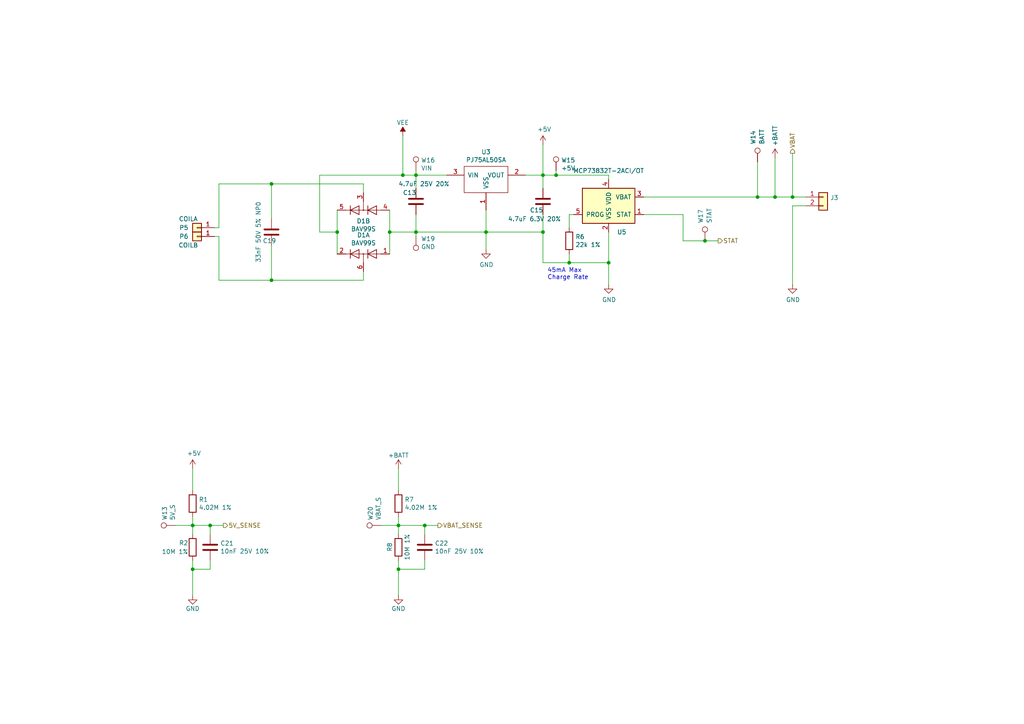
<source format=kicad_sch>
(kicad_sch (version 20211123) (generator eeschema)
  (paper "A4")
  (title_block (title "Pixels D6 Schematic, Main") (date "2022-08-26") (rev "3") (company "Systemic Games, LLC") (comment 1 "Wireless Charging"))
  (lib_symbols
    (symbol "Connector_Generic:Conn_01x01" (pin_names (offset 1.016) hide)
      (property "Reference" "J" (at 0 2.54 0))
      (property "Value" "Conn_01x01" (at 0 -2.54 0))
      (symbol "Conn_01x01_1_1"
        (rectangle (start -1.27 0.127) (end 0 -0.127) (stroke (width 0.1524)))
        (rectangle (start -1.27 1.27) (end 1.27 -1.27) (stroke (width 0.254)) (fill (type background)))
        (pin passive line (at -5.08 0 0) (length 3.81) (name "Pin_1") (number "1"))
      )
    )
    (symbol "Connector_Generic:Conn_01x02" (pin_names (offset 1.016) hide)
      (property "Reference" "J" (at 0 2.54 0))
      (property "Value" "Conn_01x02" (at 0 -5.08 0))
      (symbol "Conn_01x02_1_1"
        (rectangle (start -1.27 -2.413) (end 0 -2.667) (stroke (width 0.1524)))
        (rectangle (start -1.27 0.127) (end 0 -0.127) (stroke (width 0.1524)))
        (rectangle (start -1.27 1.27) (end 1.27 -3.81) (stroke (width 0.254)) (fill (type background)))
        (pin passive line (at -5.08 0 0) (length 3.81) (name "Pin_1") (number "1"))
        (pin passive line (at -5.08 -2.54 0) (length 3.81) (name "Pin_2") (number "2"))
      )
    )
    (symbol "Device:C" (pin_numbers hide) (pin_names (offset 0.254))
      (property "Reference" "C" (at 0.635 2.54 0))
      (property "Value" "C" (at 0.635 -2.54 0))
      (symbol "C_0_1"
        (polyline (pts (xy -2.032 -0.762) (xy 2.032 -0.762)) (stroke (width 0.508)))
        (polyline (pts (xy -2.032 0.762) (xy 2.032 0.762)) (stroke (width 0.508)))
      )
      (symbol "C_1_1"
        (pin passive line (at 0 3.81 270) (length 2.794) (name "~") (number "1"))
        (pin passive line (at 0 -3.81 90) (length 2.794) (name "~") (number "2"))
      )
    )
    (symbol "Device:R" (pin_numbers hide) (pin_names (offset 0))
      (property "Reference" "R" (at 2.032 0 90))
      (property "Value" "R" (at 0 0 90))
      (symbol "R_0_1"
        (rectangle (start -1.016 -2.54) (end 1.016 2.54) (stroke (width 0.254)))
      )
      (symbol "R_1_1"
        (pin passive line (at 0 3.81 270) (length 1.27) (name "~") (number "1"))
        (pin passive line (at 0 -3.81 90) (length 1.27) (name "~") (number "2"))
      )
    )
    (symbol "Pixels-dice:BAV99S-diode" (pin_names (offset 0.0254) hide)
      (property "Reference" "D" (at 0 2.54 0))
      (property "Value" "BAV99S-diode" (at 0 5.08 0))
      (symbol "BAV99S-diode_0_1"
        (polyline (pts (xy -5.08 0) (xy 5.08 0)))
        (polyline (pts (xy 0 0) (xy 0 -2.54)))
        (polyline (pts (xy -1.27 -1.27) (xy -1.27 1.27) (xy -1.27 1.27)) (stroke (width 0.2032)))
        (polyline (pts (xy 3.81 1.27) (xy 3.81 -1.27) (xy 3.81 -1.27)) (stroke (width 0.2032)))
        (polyline (pts (xy -3.81 1.27) (xy -1.27 0) (xy -3.81 -1.27) (xy -3.81 1.27) (xy -3.81 1.27) (xy -3.81 1.27)) (stroke (width 0.2032)))
        (polyline (pts (xy 1.27 1.27) (xy 3.81 0) (xy 1.27 -1.27) (xy 1.27 1.27) (xy 1.27 1.27) (xy 1.27 1.27)) (stroke (width 0.2032)))
        (circle (center 0 0) (radius 0.127))
      )
      (symbol "BAV99S-diode_1_1"
        (polyline (pts (xy 6.35 0) (xy 7.62 0)))
        (pin passive line (at -7.62 0 0) (length 2.54) (name "A1") (number "1"))
        (pin passive line (at 7.62 0 180) (length 2.54) (name "K2") (number "2"))
        (pin passive line (at 0 -5.08 90) (length 2.54) (name "K3A4") (number "6"))
      )
      (symbol "BAV99S-diode_2_1"
        (polyline (pts (xy 6.35 0) (xy 7.62 0)))
        (pin passive line (at 0 -5.08 90) (length 2.54) (name "K1A2") (number "3"))
        (pin passive line (at -7.62 0 0) (length 2.54) (name "A3") (number "4"))
        (pin passive line (at 7.62 0 180) (length 2.54) (name "K4") (number "5"))
      )
    )
    (symbol "Pixels-dice:HX6306P502MR" (pin_names (offset 1.016))
      (property "Reference" "U" (at 3.81 -6.35 0))
      (property "Value" "HX6306P502MR" (at 0 3.81 0))
      (symbol "HX6306P502MR_0_1"
        (rectangle (start -6.35 2.54) (end 6.35 -5.08))
      )
      (symbol "HX6306P502MR_1_1"
        (pin power_in line (at 0 -10.16 90) (length 5.08) (name "VSS") (number "1"))
        (pin power_out line (at 11.43 0 180) (length 5.08) (name "VOUT") (number "2"))
        (pin power_in line (at -11.43 0 0) (length 5.08) (name "VIN") (number "3"))
      )
    )
    (symbol "Pixels-dice:MCP73831-2-OT-battery_management" (pin_names (offset 1.016))
      (property "Reference" "U" (at -7.62 6.35 0))
      (property "Value" "MCP73831-2-OT-battery_management" (at 1.27 6.35 0))
      (symbol "MCP73831-2-OT-battery_management_0_1"
        (rectangle (start -7.62 5.08) (end 7.62 -5.08) (stroke (width 0.254)) (fill (type background)))
      )
      (symbol "MCP73831-2-OT-battery_management_1_1"
        (pin output line (at 10.16 -2.54 180) (length 2.54) (name "STAT") (number "1"))
        (pin power_in line (at 0 -7.62 90) (length 2.54) (name "VSS") (number "2"))
        (pin power_out line (at 10.16 2.54 180) (length 2.54) (name "VBAT") (number "3"))
        (pin power_in line (at 0 7.62 270) (length 2.54) (name "VDD") (number "4"))
        (pin input line (at -10.16 -2.54 0) (length 2.54) (name "PROG") (number "5"))
      )
    )
    (symbol "Pixels-dice:TEST_1P-conn" (pin_numbers hide) (pin_names (offset 0.762) hide)
      (property "Reference" "W" (at 0 6.858 0))
      (property "Value" "TEST_1P-conn" (at 0 5.08 0))
      (symbol "TEST_1P-conn_0_1"
        (circle (center 0 3.302) (radius 0.762))
      )
      (symbol "TEST_1P-conn_1_1"
        (pin passive line (at 0 0 90) (length 2.54) (name "1") (number "1"))
      )
    )
    (symbol "power:+5V" (power) (pin_names (offset 0))
      (property "Value" "+5V" (at 0 3.556 0))
      (symbol "+5V_0_1"
        (polyline (pts (xy -0.762 1.27) (xy 0 2.54)))
        (polyline (pts (xy 0 0) (xy 0 2.54)))
        (polyline (pts (xy 0 2.54) (xy 0.762 1.27)))
      )
      (symbol "+5V_1_1"
        (pin power_in line (at 0 0 90) (length 0) hide (name "+5V") (number "1"))
      )
    )
    (symbol "power:+BATT" (power) (pin_names (offset 0))
      (property "Value" "+BATT" (at 0 3.556 0))
      (symbol "+BATT_0_1"
        (polyline (pts (xy -0.762 1.27) (xy 0 2.54)))
        (polyline (pts (xy 0 0) (xy 0 2.54)))
        (polyline (pts (xy 0 2.54) (xy 0.762 1.27)))
      )
      (symbol "+BATT_1_1"
        (pin power_in line (at 0 0 90) (length 0) hide (name "+BATT") (number "1"))
      )
    )
    (symbol "power:GND" (power) (pin_names (offset 0))
      (property "Value" "GND" (at 0 -3.81 0))
      (symbol "GND_0_1"
        (polyline (pts (xy 0 0) (xy 0 -1.27) (xy 1.27 -1.27) (xy 0 -2.54) (xy -1.27 -1.27) (xy 0 -1.27)))
      )
      (symbol "GND_1_1"
        (pin power_in line (at 0 0 270) (length 0) hide (name "GND") (number "1"))
      )
    )
    (symbol "power:VEE" (power) (pin_names (offset 0))
      (property "Value" "VEE" (at 0 3.81 0))
      (symbol "VEE_0_1"
        (polyline (pts (xy 0 0) (xy 0 2.54)))
        (polyline (pts (xy 0.762 1.27) (xy -0.762 1.27) (xy 0 2.54) (xy 0.762 1.27)) (fill (type outline)))
      )
      (symbol "VEE_1_1"
        (pin power_in line (at 0 0 90) (length 0) hide (name "VEE") (number "1"))
      )
    )
  )
  (junction (at 97.79 67.31))
  (junction (at 229.87 57.15))
  (junction (at 55.88 152.4))
  (junction (at 165.1 76.2))
  (junction (at 55.88 165.1))
  (junction (at 176.53 76.2))
  (junction (at 157.48 67.31))
  (junction (at 224.79 57.15))
  (junction (at 140.97 67.31))
  (junction (at 120.65 67.31))
  (junction (at 78.74 53.34))
  (junction (at 120.65 50.8))
  (junction (at 115.57 165.1))
  (junction (at 60.96 152.4))
  (junction (at 219.71 57.15))
  (junction (at 157.48 50.8))
  (junction (at 78.74 81.28))
  (junction (at 161.29 50.8))
  (junction (at 115.57 152.4))
  (junction (at 113.03 67.31))
  (junction (at 204.47 69.85))
  (junction (at 116.84 50.8))
  (junction (at 123.19 152.4))
  (wire (pts (xy 157.48 76.2) (xy 165.1 76.2)))
  (wire (pts (xy 78.74 81.28) (xy 63.5 81.28)))
  (wire (pts (xy 219.71 57.15) (xy 224.79 57.15)))
  (wire (pts (xy 123.19 165.1) (xy 115.57 165.1)))
  (wire (pts (xy 55.88 162.56) (xy 55.88 165.1)))
  (wire (pts (xy 157.48 67.31) (xy 157.48 76.2)))
  (wire (pts (xy 161.29 49.53) (xy 161.29 50.8)))
  (wire (pts (xy 186.69 57.15) (xy 219.71 57.15)))
  (wire (pts (xy 50.8 152.4) (xy 55.88 152.4)))
  (wire (pts (xy 161.29 50.8) (xy 176.53 50.8)))
  (wire (pts (xy 198.12 69.85) (xy 204.47 69.85)))
  (wire (pts (xy 55.88 142.24) (xy 55.88 135.89)))
  (wire (pts (xy 78.74 53.34) (xy 63.5 53.34)))
  (wire (pts (xy 229.87 44.45) (xy 229.87 57.15)))
  (wire (pts (xy 157.48 41.91) (xy 157.48 50.8)))
  (wire (pts (xy 229.87 57.15) (xy 224.79 57.15)))
  (wire (pts (xy 63.5 81.28) (xy 63.5 68.58)))
  (wire (pts (xy 97.79 60.96) (xy 97.79 67.31)))
  (wire (pts (xy 123.19 152.4) (xy 127 152.4)))
  (wire (pts (xy 157.48 67.31) (xy 157.48 62.23)))
  (wire (pts (xy 186.69 62.23) (xy 198.12 62.23)))
  (wire (pts (xy 219.71 46.99) (xy 219.71 57.15)))
  (wire (pts (xy 165.1 73.66) (xy 165.1 76.2)))
  (wire (pts (xy 55.88 149.86) (xy 55.88 152.4)))
  (wire (pts (xy 63.5 66.04) (xy 62.23 66.04)))
  (wire (pts (xy 55.88 165.1) (xy 55.88 172.72)))
  (wire (pts (xy 55.88 154.94) (xy 55.88 152.4)))
  (wire (pts (xy 63.5 53.34) (xy 63.5 66.04)))
  (wire (pts (xy 97.79 67.31) (xy 97.79 73.66)))
  (wire (pts (xy 113.03 60.96) (xy 113.03 67.31)))
  (wire (pts (xy 140.97 67.31) (xy 157.48 67.31)))
  (wire (pts (xy 113.03 67.31) (xy 113.03 73.66)))
  (wire (pts (xy 120.65 49.53) (xy 120.65 50.8)))
  (wire (pts (xy 123.19 162.56) (xy 123.19 165.1)))
  (wire (pts (xy 60.96 162.56) (xy 60.96 165.1)))
  (wire (pts (xy 55.88 152.4) (xy 60.96 152.4)))
  (wire (pts (xy 229.87 59.69) (xy 229.87 82.55)))
  (wire (pts (xy 105.41 78.74) (xy 105.41 81.28)))
  (wire (pts (xy 120.65 50.8) (xy 129.54 50.8)))
  (wire (pts (xy 120.65 50.8) (xy 120.65 54.61)))
  (wire (pts (xy 110.49 152.4) (xy 115.57 152.4)))
  (wire (pts (xy 140.97 67.31) (xy 140.97 72.39)))
  (wire (pts (xy 115.57 152.4) (xy 115.57 154.94)))
  (wire (pts (xy 115.57 135.89) (xy 115.57 142.24)))
  (wire (pts (xy 115.57 162.56) (xy 115.57 165.1)))
  (wire (pts (xy 224.79 45.72) (xy 224.79 57.15)))
  (wire (pts (xy 60.96 152.4) (xy 64.77 152.4)))
  (wire (pts (xy 78.74 71.12) (xy 78.74 81.28)))
  (wire (pts (xy 120.65 67.31) (xy 113.03 67.31)))
  (wire (pts (xy 176.53 52.07) (xy 176.53 50.8)))
  (wire (pts (xy 198.12 62.23) (xy 198.12 69.85)))
  (wire (pts (xy 60.96 154.94) (xy 60.96 152.4)))
  (wire (pts (xy 176.53 67.31) (xy 176.53 76.2)))
  (wire (pts (xy 152.4 50.8) (xy 157.48 50.8)))
  (wire (pts (xy 204.47 69.85) (xy 208.28 69.85)))
  (wire (pts (xy 157.48 50.8) (xy 157.48 54.61)))
  (wire (pts (xy 92.71 50.8) (xy 116.84 50.8)))
  (wire (pts (xy 140.97 60.96) (xy 140.97 67.31)))
  (wire (pts (xy 63.5 68.58) (xy 62.23 68.58)))
  (wire (pts (xy 78.74 53.34) (xy 105.41 53.34)))
  (wire (pts (xy 97.79 67.31) (xy 92.71 67.31)))
  (wire (pts (xy 123.19 152.4) (xy 123.19 154.94)))
  (wire (pts (xy 60.96 165.1) (xy 55.88 165.1)))
  (wire (pts (xy 233.68 59.69) (xy 229.87 59.69)))
  (wire (pts (xy 166.37 62.23) (xy 165.1 62.23)))
  (wire (pts (xy 120.65 68.58) (xy 120.65 67.31)))
  (wire (pts (xy 115.57 149.86) (xy 115.57 152.4)))
  (wire (pts (xy 165.1 76.2) (xy 176.53 76.2)))
  (wire (pts (xy 115.57 152.4) (xy 123.19 152.4)))
  (wire (pts (xy 157.48 50.8) (xy 161.29 50.8)))
  (wire (pts (xy 92.71 67.31) (xy 92.71 50.8)))
  (wire (pts (xy 233.68 57.15) (xy 229.87 57.15)))
  (wire (pts (xy 115.57 165.1) (xy 115.57 172.72)))
  (wire (pts (xy 116.84 39.37) (xy 116.84 50.8)))
  (wire (pts (xy 120.65 62.23) (xy 120.65 67.31)))
  (wire (pts (xy 120.65 67.31) (xy 140.97 67.31)))
  (wire (pts (xy 105.41 55.88) (xy 105.41 53.34)))
  (wire (pts (xy 165.1 62.23) (xy 165.1 66.04)))
  (wire (pts (xy 78.74 63.5) (xy 78.74 53.34)))
  (wire (pts (xy 176.53 76.2) (xy 176.53 82.55)))
  (wire (pts (xy 116.84 50.8) (xy 120.65 50.8)))
  (wire (pts (xy 78.74 81.28) (xy 105.41 81.28)))
  (text "45mA Max\nCharge Rate" (at 158.75 81.28 0) (effects (font (size 1.27 1.27)) (justify left bottom)))
  (hierarchical_label "VBAT" (shape output) (at 229.87 44.45 90))
  (hierarchical_label "5V_SENSE" (shape output) (at 64.77 152.4 0))
  (hierarchical_label "STAT" (shape output) (at 208.28 69.85 0))
  (hierarchical_label "VBAT_SENSE" (shape output) (at 127 152.4 0))
  (symbol (lib_id "power:GND") (at 229.87 82.55 0) (unit 1)
    (property "Reference" "#PWR052" (effects hide))
    (property "Value" "GND" (at 229.997 86.9442 0))
  )
  (symbol (lib_id "Device:C") (at 120.65 58.42 0) (unit 1)
    (property "Reference" "C13" (at 116.84 55.88 0) (effects (justify left)))
    (property "Value" "4.7uF 25V 20%" (at 115.57 53.34 0) (effects (justify left)))
    (property "Footprint" "Capacitor_SMD:C_0603_1608Metric" (effects hide))
    (property "Generic OK" "YES" (effects hide))
    (property "Pixels Part Number" "SMD-C010" (effects hide))
    (property "Manufacturer" "Murata" (effects hide))
    (property "Manufacturer Part Number" "GRM188R61E475KE11D" (effects hide))
  )
  (symbol (lib_id "Pixels-dice:TEST_1P-conn") (at 120.65 49.53 0) (unit 1)
    (property "Reference" "W16" (at 122.1232 46.482 0) (effects (justify left)))
    (property "Value" "VIN" (at 122.1232 48.7934 0) (effects (justify left)))
    (property "Footprint" "Pixels-dice:TEST_PIN" (effects hide))
    (property "Generic OK" "N/A" (effects hide))
  )
  (symbol (lib_id "power:VEE") (at 116.84 39.37 0) (unit 1)
    (property "Reference" "#PWR032" (effects hide))
    (property "Value" "VEE" (at 116.84 35.56 0))
  )
  (symbol (lib_id "power:+5V") (at 55.88 135.89 0) (unit 1)
    (property "Reference" "#PWR057" (effects hide))
    (property "Value" "+5V" (at 56.261 131.4958 0))
  )
  (symbol (lib_id "Pixels-dice:TEST_1P-conn") (at 50.8 152.4 90) (unit 1)
    (property "Reference" "W13" (at 47.752 150.9268 0) (effects (justify left)))
    (property "Value" "5V_S" (at 50.0634 150.9268 0) (effects (justify left)))
    (property "Footprint" "Pixels-dice:TEST_PIN" (effects hide))
    (property "Generic OK" "N/A" (effects hide))
  )
  (symbol (lib_id "Device:C") (at 78.74 67.31 0) (unit 1)
    (property "Reference" "C19" (at 76.2 69.85 0) (effects (justify left)))
    (property "Value" "33nF 50V 5% NP0" (at 74.93 76.2 90) (effects (justify left)))
    (property "Footprint" "Capacitor_SMD:C_1206_3216Metric" (effects hide))
    (property "Generic OK" "YES" (effects hide))
    (property "Pixels Part Number" "SMD-C011" (effects hide))
    (property "Manufacturer" "Murata" (effects hide))
    (property "Manufacturer Part Number" "GRM3195C1H333JA01J" (effects hide))
  )
  (symbol (lib_id "Device:R") (at 165.1 69.85 0) (unit 1)
    (property "Reference" "R6" (at 166.878 68.6816 0) (effects (justify left)))
    (property "Value" "22k 1%" (at 166.878 70.993 0) (effects (justify left)))
    (property "Footprint" "Resistor_SMD:R_0402_1005Metric" (effects hide))
    (property "Generic OK" "YES" (effects hide))
    (property "Pixels Part Number" "SMD-R002" (effects hide))
    (property "Manufacturer" "UNI-ROYAL(Uniroyal Elec)" (effects hide))
    (property "Manufacturer Part Number" "0402WGF2202TCE" (effects hide))
  )
  (symbol (lib_id "Device:R") (at 115.57 146.05 0) (unit 1)
    (property "Reference" "R7" (at 117.348 144.8816 0) (effects (justify left)))
    (property "Value" "4.02M 1%" (at 117.348 147.193 0) (effects (justify left)))
    (property "Footprint" "Resistor_SMD:R_0402_1005Metric" (effects hide))
    (property "Generic OK" "YES" (effects hide))
    (property "Pixels Part Number" "SMD-R003" (effects hide))
    (property "Manufacturer" "UNI-ROYAL(Uniroyal Elec)" (effects hide))
    (property "Manufacturer Part Number" "0402WGF4024TCE" (effects hide))
  )
  (symbol (lib_id "power:+BATT") (at 115.57 135.89 0) (unit 1)
    (property "Reference" "#PWR058" (effects hide))
    (property "Value" "+BATT" (at 115.57 132.08 0))
  )
  (symbol (lib_id "Device:R") (at 115.57 158.75 0) (unit 1)
    (property "Reference" "R8" (at 113.03 160.02 90) (effects (justify left)))
    (property "Value" "10M 1%" (at 118.11 162.56 90) (effects (justify left)))
    (property "Footprint" "Resistor_SMD:R_0402_1005Metric" (effects hide))
    (property "Generic OK" "YES" (effects hide))
    (property "Pixels Part Number" "SMD-R004" (effects hide))
    (property "Manufacturer" "UNI-ROYAL(Uniroyal Elec)" (effects hide))
    (property "Manufacturer Part Number" "0402WGF1005TCE" (effects hide))
  )
  (symbol (lib_id "Pixels-dice:MCP73831-2-OT-battery_management") (at 176.53 59.69 0) (unit 1)
    (property "Reference" "U5" (at 180.34 67.31 0))
    (property "Value" "MCP73832T-2ACI/OT" (at 176.53 49.53 0))
    (property "Footprint" "Package_TO_SOT_SMD:SOT-23-5" (effects hide))
    (property "Datasheet" "http://ww1.microchip.com/downloads/en/DeviceDoc/20001984g.pdf" (effects hide))
    (property "Generic OK" "NO" (effects hide))
    (property "Manufacturer" "Microchip" (effects hide))
    (property "Manufacturer Part Number" "MCP73832T-2ACI/OT" (effects hide))
    (property "Pixels Part Number" "SMD-U005" (effects hide))
  )
  (symbol (lib_id "Device:R") (at 55.88 146.05 0) (unit 1)
    (property "Reference" "R1" (at 57.658 144.8816 0) (effects (justify left)))
    (property "Value" "4.02M 1%" (at 57.658 147.193 0) (effects (justify left)))
    (property "Footprint" "Resistor_SMD:R_0402_1005Metric" (effects hide))
    (property "Generic OK" "YES" (effects hide))
    (property "Pixels Part Number" "SMD-R003" (effects hide))
    (property "Manufacturer" "UNI-ROYAL(Uniroyal Elec)" (effects hide))
    (property "Manufacturer Part Number" "0402WGF4024TCE" (effects hide))
  )
  (symbol (lib_id "Device:R") (at 55.88 158.75 180) (unit 1)
    (property "Reference" "R2" (at 54.61 157.48 0) (effects (justify left)))
    (property "Value" "10M 1%" (at 54.61 160.02 0) (effects (justify left)))
    (property "Footprint" "Resistor_SMD:R_0402_1005Metric" (effects hide))
    (property "Generic OK" "YES" (effects hide))
    (property "Pixels Part Number" "SMD-R004" (effects hide))
    (property "Manufacturer" "UNI-ROYAL(Uniroyal Elec)" (effects hide))
    (property "Manufacturer Part Number" "0402WGF1005TCE" (effects hide))
  )
  (symbol (lib_id "power:GND") (at 115.57 172.72 0) (unit 1)
    (property "Reference" "#PWR060" (effects hide))
    (property "Value" "GND" (at 115.57 176.53 0))
  )
  (symbol (lib_id "power:+5V") (at 157.48 41.91 0) (unit 1)
    (property "Reference" "#PWR040" (effects hide))
    (property "Value" "+5V" (at 157.861 37.5158 0))
  )
  (symbol (lib_id "Device:C") (at 123.19 158.75 0) (unit 1)
    (property "Reference" "C22" (at 126.111 157.5816 0) (effects (justify left)))
    (property "Value" "10nF 25V 10%" (at 126.111 159.893 0) (effects (justify left)))
    (property "Footprint" "Capacitor_SMD:C_0402_1005Metric" (effects hide))
    (property "Generic OK" "YES" (effects hide))
    (property "Pixels Part Number" "SMD-C009" (effects hide))
    (property "Manufacturer" "Murata" (effects hide))
    (property "Manufacturer Part Number" "GRM155R71H103KA88" (effects hide))
  )
  (symbol (lib_id "Pixels-dice:TEST_1P-conn") (at 204.47 69.85 0) (unit 1)
    (property "Reference" "W17" (at 203.2 64.77 90) (effects (justify left)))
    (property "Value" "STAT" (at 205.74 64.77 90) (effects (justify left)))
    (property "Footprint" "Pixels-dice:TEST_PIN" (effects hide))
    (property "Generic OK" "N/A" (effects hide))
  )
  (symbol (lib_id "power:GND") (at 176.53 82.55 0) (unit 1)
    (property "Reference" "#PWR051" (effects hide))
    (property "Value" "GND" (at 176.657 86.9442 0))
  )
  (symbol (lib_id "power:GND") (at 140.97 72.39 0) (unit 1)
    (property "Reference" "#PWR050" (effects hide))
    (property "Value" "GND" (at 141.097 76.7842 0))
  )
  (symbol (lib_id "power:+BATT") (at 224.79 45.72 0) (unit 1)
    (property "Reference" "#PWR041" (effects hide))
    (property "Value" "+BATT" (at 224.79 39.37 90))
  )
  (symbol (lib_id "Connector_Generic:Conn_01x02") (at 238.76 57.15 0) (unit 1)
    (property "Reference" "J3" (at 240.792 57.3532 0) (effects (justify left)))
    (property "Value" "Conn_01x02" (effects hide))
    (property "Footprint" "Pixels-dice:Hongjie 10100 Connector" (effects hide))
    (property "Generic OK" "N/A" (effects hide))
  )
  (symbol (lib_id "Device:C") (at 157.48 58.42 0) (unit 1)
    (property "Reference" "C15" (at 153.67 60.96 0) (effects (justify left)))
    (property "Value" "4.7uF 6.3V 20%" (at 147.32 63.5 0) (effects (justify left)))
    (property "Footprint" "Capacitor_SMD:C_0402_1005Metric" (effects hide))
    (property "Generic OK" "YES" (effects hide))
    (property "Pixels Part Number" "SMD-C002" (effects hide))
    (property "Manufacturer" "Murata" (effects hide))
    (property "Manufacturer Part Number" "GRM155R60J475ME87D" (effects hide))
  )
  (symbol (lib_id "Pixels-dice:TEST_1P-conn") (at 120.65 68.58 180) (unit 1)
    (property "Reference" "W19" (at 122.1232 69.2658 0) (effects (justify right)))
    (property "Value" "GND" (at 122.1232 71.5772 0) (effects (justify right)))
    (property "Footprint" "Pixels-dice:TEST_PIN" (effects hide))
    (property "Generic OK" "N/A" (effects hide))
  )
  (symbol (lib_id "Pixels-dice:TEST_1P-conn") (at 219.71 46.99 0) (unit 1)
    (property "Reference" "W14" (at 218.44 41.91 90) (effects (justify left)))
    (property "Value" "BATT" (at 220.98 41.91 90) (effects (justify left)))
    (property "Footprint" "Pixels-dice:TEST_PIN" (effects hide))
    (property "Generic OK" "N/A" (effects hide))
  )
  (symbol (lib_id "Connector_Generic:Conn_01x01") (at 57.15 68.58 180) (unit 1)
    (property "Reference" "P6" (at 53.34 68.58 0))
    (property "Value" "COILB" (at 54.61 71.12 0))
    (property "Footprint" "TestPoint:TestPoint_THTPad_D1.5mm_Drill0.7mm" (effects hide))
    (property "Generic OK" "N/A" (effects hide))
  )
  (symbol (lib_id "Connector_Generic:Conn_01x01") (at 57.15 66.04 180) (unit 1)
    (property "Reference" "P5" (at 53.34 66.04 0))
    (property "Value" "COILA" (at 54.61 63.5 0))
    (property "Footprint" "TestPoint:TestPoint_THTPad_D1.5mm_Drill0.7mm" (effects hide))
    (property "Generic OK" "N/A" (effects hide))
  )
  (symbol (lib_id "Pixels-dice:TEST_1P-conn") (at 110.49 152.4 90) (unit 1)
    (property "Reference" "W20" (at 107.442 150.9268 0) (effects (justify left)))
    (property "Value" "VBAT_S" (at 109.7534 150.9268 0) (effects (justify left)))
    (property "Footprint" "Pixels-dice:TEST_PIN" (effects hide))
    (property "Generic OK" "N/A" (effects hide))
  )
  (symbol (lib_id "Pixels-dice:HX6306P502MR") (at 140.97 50.8 0) (unit 1)
    (property "Reference" "U3" (at 140.97 44.069 0))
    (property "Value" "PJ75AL50SA" (at 140.97 46.3804 0))
    (property "Footprint" "Pixels-dice:SOT-23" (effects hide))
    (property "Manufacturer" "PJSEMI" (effects hide))
    (property "Manufacturer Part Number" "PJ75AL50SA" (effects hide))
    (property "Generic OK" "NO" (effects hide))
  )
  (symbol (lib_id "Pixels-dice:TEST_1P-conn") (at 161.29 49.53 0) (unit 1)
    (property "Reference" "W15" (at 162.7632 46.482 0) (effects (justify left)))
    (property "Value" "+5V" (at 162.7632 48.7934 0) (effects (justify left)))
    (property "Footprint" "Pixels-dice:TEST_PIN" (effects hide))
    (property "Generic OK" "N/A" (effects hide))
  )
  (symbol (lib_id "Pixels-dice:BAV99S-diode") (at 105.41 60.96 180) (unit 2)
    (property "Reference" "D1" (at 105.41 64.1096 0))
    (property "Value" "BAV99S" (at 105.41 66.421 0))
    (property "Footprint" "Package_TO_SOT_SMD:SOT-363_SC-70-6" (effects hide))
    (property "Datasheet" "https://assets.nexperia.com/documents/data-sheet/BAV99_SER.pdf" (effects hide))
    (property "Generic OK" "YES" (effects hide))
    (property "Manufacturer" "Nexperia" (effects hide))
    (property "Manufacturer Part Number" "BAV99S,115" (effects hide))
    (property "Pixels Part Number" "SMD-D001" (effects hide))
  )
  (symbol (lib_id "power:GND") (at 55.88 172.72 0) (unit 1)
    (property "Reference" "#PWR059" (effects hide))
    (property "Value" "GND" (at 55.88 176.53 0))
  )
  (symbol (lib_id "Pixels-dice:BAV99S-diode") (at 105.41 73.66 0) (mirror y) (unit 1)
    (property "Reference" "D1" (at 105.41 68.1736 0))
    (property "Value" "BAV99S" (at 105.41 70.485 0))
    (property "Footprint" "Package_TO_SOT_SMD:SOT-363_SC-70-6" (effects hide))
    (property "Datasheet" "https://assets.nexperia.com/documents/data-sheet/BAV99_SER.pdf" (effects hide))
    (property "Generic OK" "YES" (effects hide))
    (property "Manufacturer" "Nexperia" (effects hide))
    (property "Manufacturer Part Number" "BAV99S,115" (effects hide))
    (property "Pixels Part Number" "SMD-D001" (effects hide))
  )
  (symbol (lib_id "Device:C") (at 60.96 158.75 0) (unit 1)
    (property "Reference" "C21" (at 63.881 157.5816 0) (effects (justify left)))
    (property "Value" "10nF 25V 10%" (at 63.881 159.893 0) (effects (justify left)))
    (property "Footprint" "Capacitor_SMD:C_0402_1005Metric" (effects hide))
    (property "Generic OK" "YES" (effects hide))
    (property "Pixels Part Number" "SMD-C009" (effects hide))
    (property "Manufacturer" "Murata" (effects hide))
    (property "Manufacturer Part Number" "GRM155R71H103KA88" (effects hide))
  )
)
</source>
